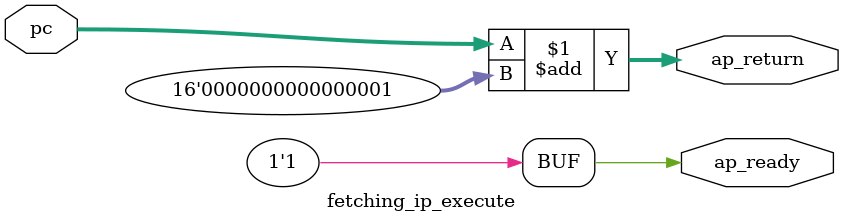
<source format=v>

`timescale 1 ns / 1 ps 

module fetching_ip_execute (
        ap_ready,
        pc,
        ap_return
);


output   ap_ready;
input  [15:0] pc;
output  [15:0] ap_return;

assign ap_ready = 1'b1;

assign ap_return = (pc + 16'd1);

endmodule //fetching_ip_execute

</source>
